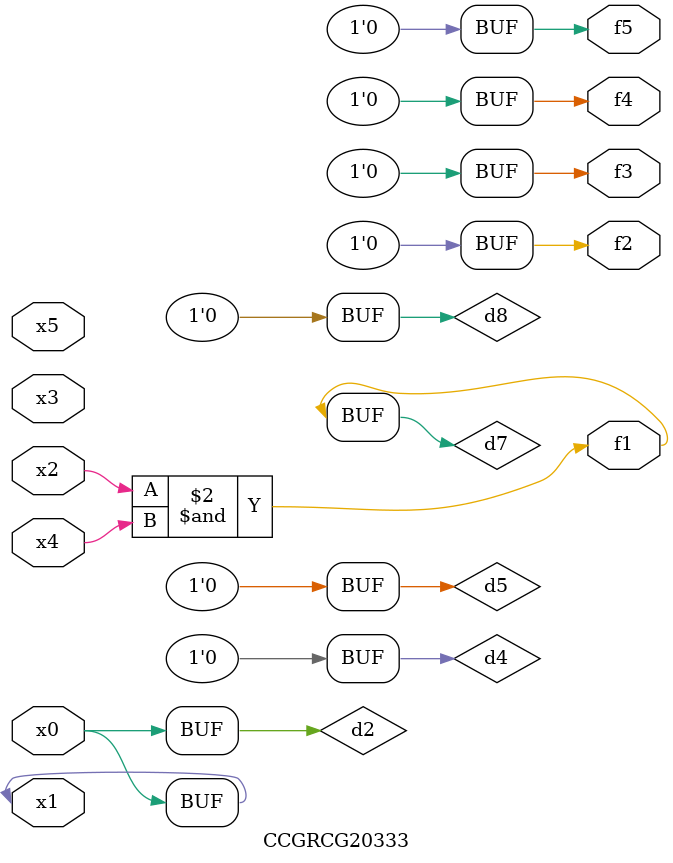
<source format=v>
module CCGRCG20333(
	input x0, x1, x2, x3, x4, x5,
	output f1, f2, f3, f4, f5
);

	wire d1, d2, d3, d4, d5, d6, d7, d8, d9;

	nand (d1, x1);
	buf (d2, x0, x1);
	nand (d3, x2, x4);
	and (d4, d1, d2);
	and (d5, d1, d2);
	nand (d6, d1, d3);
	not (d7, d3);
	xor (d8, d5);
	nor (d9, d5, d6);
	assign f1 = d7;
	assign f2 = d8;
	assign f3 = d8;
	assign f4 = d8;
	assign f5 = d8;
endmodule

</source>
